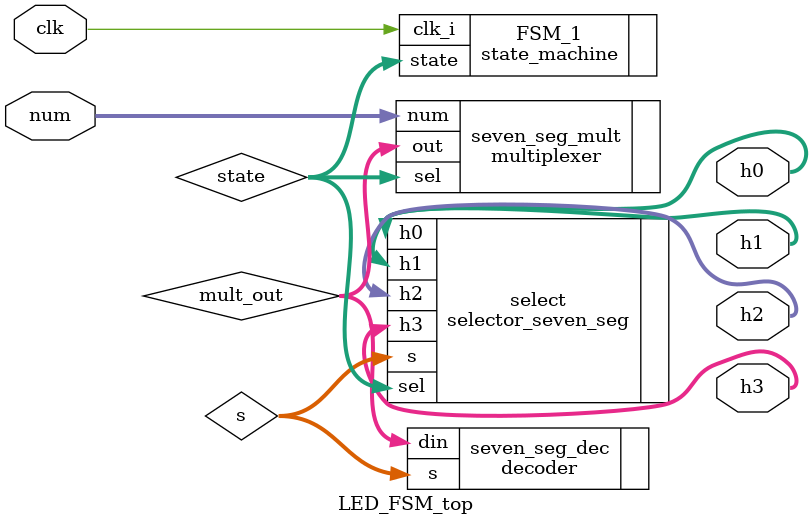
<source format=sv>

module LED_FSM_top( 
	/**************************/
	/* Set inputs and outputs */
	/* to the whole FPGA here */
	/**************************/
	//input logic reset_n, //be sure to set this input to PullUp, or connect the pin to 3.3V
	
	input logic clk,
	
	input logic [11:0] num,
	
	output logic [6:0] h0,

	output logic [6:0] h1,
	
	output logic [6:0] h2,
	
	output logic [6:0] h3
	
	
	);
		/*******************************/
		/* Set internal variables here */
		/*******************************/
	
		logic clk_slow;	//used for slowed down, 5 Hz clock
		logic [3:0] mult_out;
		logic [2:0] state;
		logic [6:0] s;
		
		/***********************/
		/* Define modules here */
		/***********************/
		
		
		multiplexer seven_seg_mult( 

				.num(num),
				.sel(state),
				.out(mult_out)

			);
			
		decoder seven_seg_dec(

			.din(mult_out),	
			
			.s(s)
			

		);
		
		selector_seven_seg select(
		
			.s(s),
			
			.sel(state),
		
		   .h0(h0),
			
			.h1(h1),
			
			.h2(h2),
			
			.h3(h3)
		);



		
		state_machine FSM_1(
			.clk_i(clk),
			//.reset_n(reset_n),
			.state(state));
			

endmodule

</source>
